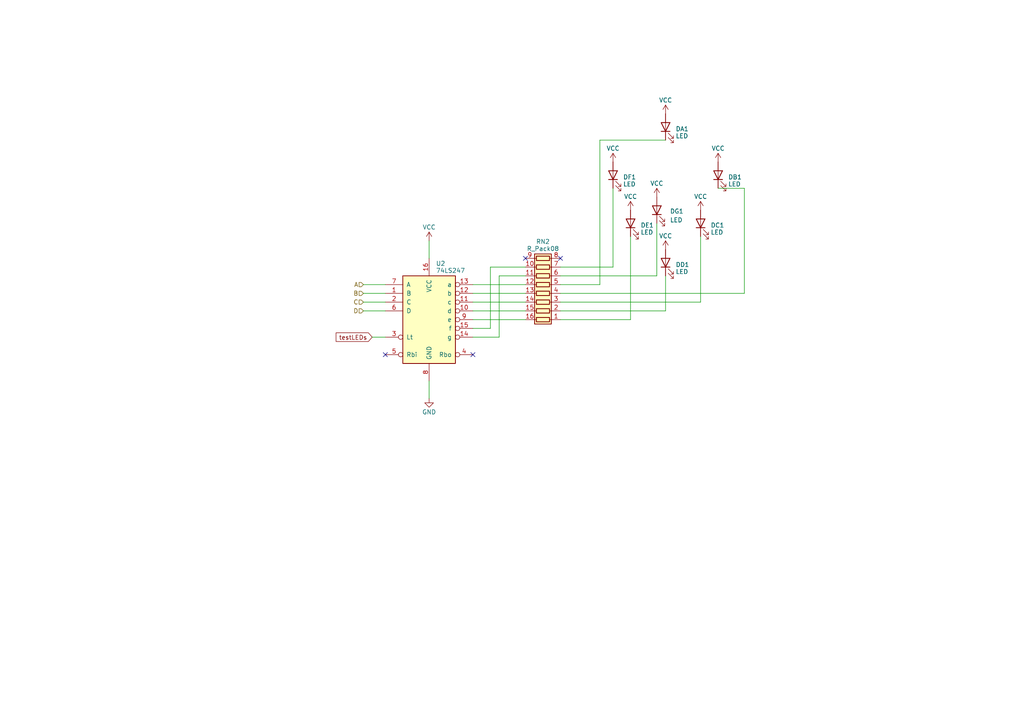
<source format=kicad_sch>
(kicad_sch (version 20230121) (generator eeschema)

  (uuid a3a18e20-e0d5-4b89-9a6c-db21fe9339a4)

  (paper "A4")

  (lib_symbols
    (symbol "74xx:74LS247" (pin_names (offset 1.016)) (in_bom yes) (on_board yes)
      (property "Reference" "U" (at -7.62 13.97 0)
        (effects (font (size 1.27 1.27)))
      )
      (property "Value" "74LS247" (at -7.62 -13.97 0)
        (effects (font (size 1.27 1.27)))
      )
      (property "Footprint" "" (at 0 0 0)
        (effects (font (size 1.27 1.27)) hide)
      )
      (property "Datasheet" "http://www.ti.com/lit/gpn/sn74LS247" (at 0 0 0)
        (effects (font (size 1.27 1.27)) hide)
      )
      (property "ki_locked" "" (at 0 0 0)
        (effects (font (size 1.27 1.27)))
      )
      (property "ki_keywords" "TTL DECOD" (at 0 0 0)
        (effects (font (size 1.27 1.27)) hide)
      )
      (property "ki_description" "BCD to 7 segments Decoder Open Collector active Low" (at 0 0 0)
        (effects (font (size 1.27 1.27)) hide)
      )
      (property "ki_fp_filters" "DIP?16*" (at 0 0 0)
        (effects (font (size 1.27 1.27)) hide)
      )
      (symbol "74LS247_1_0"
        (pin input line (at -12.7 7.62 0) (length 5.08)
          (name "B" (effects (font (size 1.27 1.27))))
          (number "1" (effects (font (size 1.27 1.27))))
        )
        (pin open_collector inverted (at 12.7 2.54 180) (length 5.08)
          (name "d" (effects (font (size 1.27 1.27))))
          (number "10" (effects (font (size 1.27 1.27))))
        )
        (pin open_collector inverted (at 12.7 5.08 180) (length 5.08)
          (name "c" (effects (font (size 1.27 1.27))))
          (number "11" (effects (font (size 1.27 1.27))))
        )
        (pin open_collector inverted (at 12.7 7.62 180) (length 5.08)
          (name "b" (effects (font (size 1.27 1.27))))
          (number "12" (effects (font (size 1.27 1.27))))
        )
        (pin open_collector inverted (at 12.7 10.16 180) (length 5.08)
          (name "a" (effects (font (size 1.27 1.27))))
          (number "13" (effects (font (size 1.27 1.27))))
        )
        (pin open_collector inverted (at 12.7 -5.08 180) (length 5.08)
          (name "g" (effects (font (size 1.27 1.27))))
          (number "14" (effects (font (size 1.27 1.27))))
        )
        (pin open_collector inverted (at 12.7 -2.54 180) (length 5.08)
          (name "f" (effects (font (size 1.27 1.27))))
          (number "15" (effects (font (size 1.27 1.27))))
        )
        (pin power_in line (at 0 17.78 270) (length 5.08)
          (name "VCC" (effects (font (size 1.27 1.27))))
          (number "16" (effects (font (size 1.27 1.27))))
        )
        (pin input line (at -12.7 5.08 0) (length 5.08)
          (name "C" (effects (font (size 1.27 1.27))))
          (number "2" (effects (font (size 1.27 1.27))))
        )
        (pin input inverted (at -12.7 -5.08 0) (length 5.08)
          (name "Lt" (effects (font (size 1.27 1.27))))
          (number "3" (effects (font (size 1.27 1.27))))
        )
        (pin output inverted (at 12.7 -10.16 180) (length 5.08)
          (name "Rbo" (effects (font (size 1.27 1.27))))
          (number "4" (effects (font (size 1.27 1.27))))
        )
        (pin input inverted (at -12.7 -10.16 0) (length 5.08)
          (name "Rbi" (effects (font (size 1.27 1.27))))
          (number "5" (effects (font (size 1.27 1.27))))
        )
        (pin input line (at -12.7 2.54 0) (length 5.08)
          (name "D" (effects (font (size 1.27 1.27))))
          (number "6" (effects (font (size 1.27 1.27))))
        )
        (pin input line (at -12.7 10.16 0) (length 5.08)
          (name "A" (effects (font (size 1.27 1.27))))
          (number "7" (effects (font (size 1.27 1.27))))
        )
        (pin power_in line (at 0 -17.78 90) (length 5.08)
          (name "GND" (effects (font (size 1.27 1.27))))
          (number "8" (effects (font (size 1.27 1.27))))
        )
        (pin open_collector inverted (at 12.7 0 180) (length 5.08)
          (name "e" (effects (font (size 1.27 1.27))))
          (number "9" (effects (font (size 1.27 1.27))))
        )
      )
      (symbol "74LS247_1_1"
        (rectangle (start -7.62 12.7) (end 7.62 -12.7)
          (stroke (width 0.254) (type default))
          (fill (type background))
        )
      )
    )
    (symbol "Device:LED" (pin_numbers hide) (pin_names (offset 1.016) hide) (in_bom yes) (on_board yes)
      (property "Reference" "D" (at 0 2.54 0)
        (effects (font (size 1.27 1.27)))
      )
      (property "Value" "LED" (at 0 -2.54 0)
        (effects (font (size 1.27 1.27)))
      )
      (property "Footprint" "" (at 0 0 0)
        (effects (font (size 1.27 1.27)) hide)
      )
      (property "Datasheet" "~" (at 0 0 0)
        (effects (font (size 1.27 1.27)) hide)
      )
      (property "ki_keywords" "LED diode" (at 0 0 0)
        (effects (font (size 1.27 1.27)) hide)
      )
      (property "ki_description" "Light emitting diode" (at 0 0 0)
        (effects (font (size 1.27 1.27)) hide)
      )
      (property "ki_fp_filters" "LED* LED_SMD:* LED_THT:*" (at 0 0 0)
        (effects (font (size 1.27 1.27)) hide)
      )
      (symbol "LED_0_1"
        (polyline
          (pts
            (xy -1.27 -1.27)
            (xy -1.27 1.27)
          )
          (stroke (width 0.254) (type default))
          (fill (type none))
        )
        (polyline
          (pts
            (xy -1.27 0)
            (xy 1.27 0)
          )
          (stroke (width 0) (type default))
          (fill (type none))
        )
        (polyline
          (pts
            (xy 1.27 -1.27)
            (xy 1.27 1.27)
            (xy -1.27 0)
            (xy 1.27 -1.27)
          )
          (stroke (width 0.254) (type default))
          (fill (type none))
        )
        (polyline
          (pts
            (xy -3.048 -0.762)
            (xy -4.572 -2.286)
            (xy -3.81 -2.286)
            (xy -4.572 -2.286)
            (xy -4.572 -1.524)
          )
          (stroke (width 0) (type default))
          (fill (type none))
        )
        (polyline
          (pts
            (xy -1.778 -0.762)
            (xy -3.302 -2.286)
            (xy -2.54 -2.286)
            (xy -3.302 -2.286)
            (xy -3.302 -1.524)
          )
          (stroke (width 0) (type default))
          (fill (type none))
        )
      )
      (symbol "LED_1_1"
        (pin passive line (at -3.81 0 0) (length 2.54)
          (name "K" (effects (font (size 1.27 1.27))))
          (number "1" (effects (font (size 1.27 1.27))))
        )
        (pin passive line (at 3.81 0 180) (length 2.54)
          (name "A" (effects (font (size 1.27 1.27))))
          (number "2" (effects (font (size 1.27 1.27))))
        )
      )
    )
    (symbol "Device:R_Pack08" (pin_names (offset 0) hide) (in_bom yes) (on_board yes)
      (property "Reference" "RN" (at -12.7 0 90)
        (effects (font (size 1.27 1.27)))
      )
      (property "Value" "R_Pack08" (at 10.16 0 90)
        (effects (font (size 1.27 1.27)))
      )
      (property "Footprint" "" (at 12.065 0 90)
        (effects (font (size 1.27 1.27)) hide)
      )
      (property "Datasheet" "~" (at 0 0 0)
        (effects (font (size 1.27 1.27)) hide)
      )
      (property "ki_keywords" "R network parallel topology isolated" (at 0 0 0)
        (effects (font (size 1.27 1.27)) hide)
      )
      (property "ki_description" "8 resistor network, parallel topology" (at 0 0 0)
        (effects (font (size 1.27 1.27)) hide)
      )
      (property "ki_fp_filters" "DIP* SOIC* R*Array*Concave* R*Array*Convex*" (at 0 0 0)
        (effects (font (size 1.27 1.27)) hide)
      )
      (symbol "R_Pack08_0_1"
        (rectangle (start -11.43 -2.413) (end 8.89 2.413)
          (stroke (width 0.254) (type default))
          (fill (type background))
        )
        (rectangle (start -10.795 1.905) (end -9.525 -1.905)
          (stroke (width 0.254) (type default))
          (fill (type none))
        )
        (rectangle (start -8.255 1.905) (end -6.985 -1.905)
          (stroke (width 0.254) (type default))
          (fill (type none))
        )
        (rectangle (start -5.715 1.905) (end -4.445 -1.905)
          (stroke (width 0.254) (type default))
          (fill (type none))
        )
        (rectangle (start -3.175 1.905) (end -1.905 -1.905)
          (stroke (width 0.254) (type default))
          (fill (type none))
        )
        (rectangle (start -0.635 1.905) (end 0.635 -1.905)
          (stroke (width 0.254) (type default))
          (fill (type none))
        )
        (polyline
          (pts
            (xy -10.16 -2.54)
            (xy -10.16 -1.905)
          )
          (stroke (width 0) (type default))
          (fill (type none))
        )
        (polyline
          (pts
            (xy -10.16 1.905)
            (xy -10.16 2.54)
          )
          (stroke (width 0) (type default))
          (fill (type none))
        )
        (polyline
          (pts
            (xy -7.62 -2.54)
            (xy -7.62 -1.905)
          )
          (stroke (width 0) (type default))
          (fill (type none))
        )
        (polyline
          (pts
            (xy -7.62 1.905)
            (xy -7.62 2.54)
          )
          (stroke (width 0) (type default))
          (fill (type none))
        )
        (polyline
          (pts
            (xy -5.08 -2.54)
            (xy -5.08 -1.905)
          )
          (stroke (width 0) (type default))
          (fill (type none))
        )
        (polyline
          (pts
            (xy -5.08 1.905)
            (xy -5.08 2.54)
          )
          (stroke (width 0) (type default))
          (fill (type none))
        )
        (polyline
          (pts
            (xy -2.54 -2.54)
            (xy -2.54 -1.905)
          )
          (stroke (width 0) (type default))
          (fill (type none))
        )
        (polyline
          (pts
            (xy -2.54 1.905)
            (xy -2.54 2.54)
          )
          (stroke (width 0) (type default))
          (fill (type none))
        )
        (polyline
          (pts
            (xy 0 -2.54)
            (xy 0 -1.905)
          )
          (stroke (width 0) (type default))
          (fill (type none))
        )
        (polyline
          (pts
            (xy 0 1.905)
            (xy 0 2.54)
          )
          (stroke (width 0) (type default))
          (fill (type none))
        )
        (polyline
          (pts
            (xy 2.54 -2.54)
            (xy 2.54 -1.905)
          )
          (stroke (width 0) (type default))
          (fill (type none))
        )
        (polyline
          (pts
            (xy 2.54 1.905)
            (xy 2.54 2.54)
          )
          (stroke (width 0) (type default))
          (fill (type none))
        )
        (polyline
          (pts
            (xy 5.08 -2.54)
            (xy 5.08 -1.905)
          )
          (stroke (width 0) (type default))
          (fill (type none))
        )
        (polyline
          (pts
            (xy 5.08 1.905)
            (xy 5.08 2.54)
          )
          (stroke (width 0) (type default))
          (fill (type none))
        )
        (polyline
          (pts
            (xy 7.62 -2.54)
            (xy 7.62 -1.905)
          )
          (stroke (width 0) (type default))
          (fill (type none))
        )
        (polyline
          (pts
            (xy 7.62 1.905)
            (xy 7.62 2.54)
          )
          (stroke (width 0) (type default))
          (fill (type none))
        )
        (rectangle (start 1.905 1.905) (end 3.175 -1.905)
          (stroke (width 0.254) (type default))
          (fill (type none))
        )
        (rectangle (start 4.445 1.905) (end 5.715 -1.905)
          (stroke (width 0.254) (type default))
          (fill (type none))
        )
        (rectangle (start 6.985 1.905) (end 8.255 -1.905)
          (stroke (width 0.254) (type default))
          (fill (type none))
        )
      )
      (symbol "R_Pack08_1_1"
        (pin passive line (at -10.16 -5.08 90) (length 2.54)
          (name "R1.1" (effects (font (size 1.27 1.27))))
          (number "1" (effects (font (size 1.27 1.27))))
        )
        (pin passive line (at 5.08 5.08 270) (length 2.54)
          (name "R7.2" (effects (font (size 1.27 1.27))))
          (number "10" (effects (font (size 1.27 1.27))))
        )
        (pin passive line (at 2.54 5.08 270) (length 2.54)
          (name "R6.2" (effects (font (size 1.27 1.27))))
          (number "11" (effects (font (size 1.27 1.27))))
        )
        (pin passive line (at 0 5.08 270) (length 2.54)
          (name "R5.2" (effects (font (size 1.27 1.27))))
          (number "12" (effects (font (size 1.27 1.27))))
        )
        (pin passive line (at -2.54 5.08 270) (length 2.54)
          (name "R4.2" (effects (font (size 1.27 1.27))))
          (number "13" (effects (font (size 1.27 1.27))))
        )
        (pin passive line (at -5.08 5.08 270) (length 2.54)
          (name "R3.2" (effects (font (size 1.27 1.27))))
          (number "14" (effects (font (size 1.27 1.27))))
        )
        (pin passive line (at -7.62 5.08 270) (length 2.54)
          (name "R2.2" (effects (font (size 1.27 1.27))))
          (number "15" (effects (font (size 1.27 1.27))))
        )
        (pin passive line (at -10.16 5.08 270) (length 2.54)
          (name "R1.2" (effects (font (size 1.27 1.27))))
          (number "16" (effects (font (size 1.27 1.27))))
        )
        (pin passive line (at -7.62 -5.08 90) (length 2.54)
          (name "R2.1" (effects (font (size 1.27 1.27))))
          (number "2" (effects (font (size 1.27 1.27))))
        )
        (pin passive line (at -5.08 -5.08 90) (length 2.54)
          (name "R3.1" (effects (font (size 1.27 1.27))))
          (number "3" (effects (font (size 1.27 1.27))))
        )
        (pin passive line (at -2.54 -5.08 90) (length 2.54)
          (name "R4.1" (effects (font (size 1.27 1.27))))
          (number "4" (effects (font (size 1.27 1.27))))
        )
        (pin passive line (at 0 -5.08 90) (length 2.54)
          (name "R5.1" (effects (font (size 1.27 1.27))))
          (number "5" (effects (font (size 1.27 1.27))))
        )
        (pin passive line (at 2.54 -5.08 90) (length 2.54)
          (name "R6.1" (effects (font (size 1.27 1.27))))
          (number "6" (effects (font (size 1.27 1.27))))
        )
        (pin passive line (at 5.08 -5.08 90) (length 2.54)
          (name "R7.1" (effects (font (size 1.27 1.27))))
          (number "7" (effects (font (size 1.27 1.27))))
        )
        (pin passive line (at 7.62 -5.08 90) (length 2.54)
          (name "R8.1" (effects (font (size 1.27 1.27))))
          (number "8" (effects (font (size 1.27 1.27))))
        )
        (pin passive line (at 7.62 5.08 270) (length 2.54)
          (name "R8.2" (effects (font (size 1.27 1.27))))
          (number "9" (effects (font (size 1.27 1.27))))
        )
      )
    )
    (symbol "power:GND" (power) (pin_names (offset 0)) (in_bom yes) (on_board yes)
      (property "Reference" "#PWR" (at 0 -6.35 0)
        (effects (font (size 1.27 1.27)) hide)
      )
      (property "Value" "GND" (at 0 -3.81 0)
        (effects (font (size 1.27 1.27)))
      )
      (property "Footprint" "" (at 0 0 0)
        (effects (font (size 1.27 1.27)) hide)
      )
      (property "Datasheet" "" (at 0 0 0)
        (effects (font (size 1.27 1.27)) hide)
      )
      (property "ki_keywords" "global power" (at 0 0 0)
        (effects (font (size 1.27 1.27)) hide)
      )
      (property "ki_description" "Power symbol creates a global label with name \"GND\" , ground" (at 0 0 0)
        (effects (font (size 1.27 1.27)) hide)
      )
      (symbol "GND_0_1"
        (polyline
          (pts
            (xy 0 0)
            (xy 0 -1.27)
            (xy 1.27 -1.27)
            (xy 0 -2.54)
            (xy -1.27 -1.27)
            (xy 0 -1.27)
          )
          (stroke (width 0) (type default))
          (fill (type none))
        )
      )
      (symbol "GND_1_1"
        (pin power_in line (at 0 0 270) (length 0) hide
          (name "GND" (effects (font (size 1.27 1.27))))
          (number "1" (effects (font (size 1.27 1.27))))
        )
      )
    )
    (symbol "power:VCC" (power) (pin_names (offset 0)) (in_bom yes) (on_board yes)
      (property "Reference" "#PWR" (at 0 -3.81 0)
        (effects (font (size 1.27 1.27)) hide)
      )
      (property "Value" "VCC" (at 0 3.81 0)
        (effects (font (size 1.27 1.27)))
      )
      (property "Footprint" "" (at 0 0 0)
        (effects (font (size 1.27 1.27)) hide)
      )
      (property "Datasheet" "" (at 0 0 0)
        (effects (font (size 1.27 1.27)) hide)
      )
      (property "ki_keywords" "global power" (at 0 0 0)
        (effects (font (size 1.27 1.27)) hide)
      )
      (property "ki_description" "Power symbol creates a global label with name \"VCC\"" (at 0 0 0)
        (effects (font (size 1.27 1.27)) hide)
      )
      (symbol "VCC_0_1"
        (polyline
          (pts
            (xy -0.762 1.27)
            (xy 0 2.54)
          )
          (stroke (width 0) (type default))
          (fill (type none))
        )
        (polyline
          (pts
            (xy 0 0)
            (xy 0 2.54)
          )
          (stroke (width 0) (type default))
          (fill (type none))
        )
        (polyline
          (pts
            (xy 0 2.54)
            (xy 0.762 1.27)
          )
          (stroke (width 0) (type default))
          (fill (type none))
        )
      )
      (symbol "VCC_1_1"
        (pin power_in line (at 0 0 90) (length 0) hide
          (name "VCC" (effects (font (size 1.27 1.27))))
          (number "1" (effects (font (size 1.27 1.27))))
        )
      )
    )
  )


  (no_connect (at 137.16 102.87) (uuid 0103f2c1-10fb-4cb1-a2a0-88c97f3939f4))
  (no_connect (at 111.76 102.87) (uuid 4b5d4e71-0ece-48b2-ba12-b777bf336d49))
  (no_connect (at 152.4 74.93) (uuid 6e378fbb-c75a-4f47-a997-06672293c0b5))
  (no_connect (at 162.56 74.93) (uuid c08e65b7-7762-4ab2-94a3-722f4bb6b4f6))

  (wire (pts (xy 162.56 82.55) (xy 173.99 82.55))
    (stroke (width 0) (type default))
    (uuid 019a8ef5-9552-4399-b1e5-9c1394741641)
  )
  (wire (pts (xy 162.56 90.17) (xy 193.04 90.17))
    (stroke (width 0) (type default))
    (uuid 1595d371-8955-4a9e-98eb-d4f04a2890df)
  )
  (wire (pts (xy 124.46 69.85) (xy 124.46 74.93))
    (stroke (width 0) (type default))
    (uuid 2d8557af-cbb2-49cf-8107-faefcdb9fac7)
  )
  (wire (pts (xy 193.04 80.01) (xy 193.04 90.17))
    (stroke (width 0) (type default))
    (uuid 2dffbaba-61f1-4d1d-85b2-1e0c57c38791)
  )
  (wire (pts (xy 144.78 80.01) (xy 144.78 97.79))
    (stroke (width 0) (type default))
    (uuid 31336b72-1f6b-40a2-a07d-22422f12d8a3)
  )
  (wire (pts (xy 177.8 77.47) (xy 177.8 54.61))
    (stroke (width 0) (type default))
    (uuid 36fc4e77-3ec4-4e7f-abd6-8fa15e3f05f9)
  )
  (wire (pts (xy 162.56 85.09) (xy 215.9 85.09))
    (stroke (width 0) (type default))
    (uuid 4e4c8b5e-ae60-4fd6-ba52-af64837edcf5)
  )
  (wire (pts (xy 137.16 85.09) (xy 152.4 85.09))
    (stroke (width 0) (type default))
    (uuid 53390dde-55af-4f08-8764-632b674c9e6b)
  )
  (wire (pts (xy 182.88 68.58) (xy 182.88 92.71))
    (stroke (width 0) (type default))
    (uuid 5c9dad94-5c4b-4768-a0b2-ea92cb715309)
  )
  (wire (pts (xy 142.24 95.25) (xy 142.24 77.47))
    (stroke (width 0) (type default))
    (uuid 5e93b1e9-ba9f-4065-b3d9-6a6a510e6b22)
  )
  (wire (pts (xy 137.16 82.55) (xy 152.4 82.55))
    (stroke (width 0) (type default))
    (uuid 61b6c36a-3f79-4ae4-bbba-e1694c23ad0d)
  )
  (wire (pts (xy 203.2 68.58) (xy 203.2 87.63))
    (stroke (width 0) (type default))
    (uuid 61cf2892-cbcf-456a-839b-70d8a6828a5b)
  )
  (wire (pts (xy 137.16 92.71) (xy 152.4 92.71))
    (stroke (width 0) (type default))
    (uuid 65197e72-2d6b-49ba-88b0-3f59d89f20b6)
  )
  (wire (pts (xy 105.41 85.09) (xy 111.76 85.09))
    (stroke (width 0) (type default))
    (uuid 76a38f8d-d7f3-4352-8b89-a3cf5a703169)
  )
  (wire (pts (xy 215.9 54.61) (xy 215.9 85.09))
    (stroke (width 0) (type default))
    (uuid 7744ecce-3d34-432b-a453-223af6160309)
  )
  (wire (pts (xy 162.56 80.01) (xy 190.5 80.01))
    (stroke (width 0) (type default))
    (uuid 7cc102cc-0eed-4233-830f-aa93601302c0)
  )
  (wire (pts (xy 124.46 110.49) (xy 124.46 115.57))
    (stroke (width 0) (type default))
    (uuid 87284e8e-7ca2-47a4-93cd-d1e5a9170c8a)
  )
  (wire (pts (xy 105.41 87.63) (xy 111.76 87.63))
    (stroke (width 0) (type default))
    (uuid 88dc0fb9-b7bb-445a-80ee-6c7599724d31)
  )
  (wire (pts (xy 215.9 54.61) (xy 208.28 54.61))
    (stroke (width 0) (type default))
    (uuid 8f6a9d00-a1f9-42d9-92b8-d10627ee4ce5)
  )
  (wire (pts (xy 173.99 40.64) (xy 193.04 40.64))
    (stroke (width 0) (type default))
    (uuid 94cc6dc3-3ba8-450a-b58f-1145b06c7947)
  )
  (wire (pts (xy 162.56 92.71) (xy 182.88 92.71))
    (stroke (width 0) (type default))
    (uuid 95f2afc7-5641-4c57-b22c-a8f5b1605424)
  )
  (wire (pts (xy 173.99 40.64) (xy 173.99 82.55))
    (stroke (width 0) (type default))
    (uuid 97c09b29-88c7-4d2c-adc3-0d4306ccceda)
  )
  (wire (pts (xy 142.24 77.47) (xy 152.4 77.47))
    (stroke (width 0) (type default))
    (uuid 9844c78e-c416-4a55-80a7-7aa4c9c44b82)
  )
  (wire (pts (xy 144.78 80.01) (xy 152.4 80.01))
    (stroke (width 0) (type default))
    (uuid add3e161-c6f5-466c-9efb-e7022683266c)
  )
  (wire (pts (xy 137.16 87.63) (xy 152.4 87.63))
    (stroke (width 0) (type default))
    (uuid af030529-3025-4b5c-a0d1-251a64a445cc)
  )
  (wire (pts (xy 144.78 97.79) (xy 137.16 97.79))
    (stroke (width 0) (type default))
    (uuid b1879a35-2d7c-4963-9cb5-63578c3e8c8f)
  )
  (wire (pts (xy 190.5 80.01) (xy 190.5 64.77))
    (stroke (width 0) (type default))
    (uuid bf30a71a-e769-4303-a9d7-41f5d318b92a)
  )
  (wire (pts (xy 162.56 77.47) (xy 177.8 77.47))
    (stroke (width 0) (type default))
    (uuid dafc319b-5de7-481b-ac6f-4d0e1459966f)
  )
  (wire (pts (xy 105.41 82.55) (xy 111.76 82.55))
    (stroke (width 0) (type default))
    (uuid dd3f0fd1-2650-4fbe-bcb1-926a55182388)
  )
  (wire (pts (xy 105.41 90.17) (xy 111.76 90.17))
    (stroke (width 0) (type default))
    (uuid de11ea81-67cb-4138-8a95-ce38f3f28607)
  )
  (wire (pts (xy 107.95 97.79) (xy 111.76 97.79))
    (stroke (width 0) (type default))
    (uuid e701db06-7cab-4b6a-b196-4952916d0c31)
  )
  (wire (pts (xy 162.56 87.63) (xy 203.2 87.63))
    (stroke (width 0) (type default))
    (uuid efcaf77f-d64e-4749-9dc0-35f2b9f4e7d3)
  )
  (wire (pts (xy 137.16 95.25) (xy 142.24 95.25))
    (stroke (width 0) (type default))
    (uuid f026fa8c-a6d4-4235-ac61-ece06d476bed)
  )
  (wire (pts (xy 137.16 90.17) (xy 152.4 90.17))
    (stroke (width 0) (type default))
    (uuid ff87477e-44a1-425f-a226-e5cff7d426a2)
  )

  (global_label "testLEDs" (shape input) (at 107.95 97.79 180) (fields_autoplaced)
    (effects (font (size 1.27 1.27)) (justify right))
    (uuid 062c424f-6262-4e41-aff1-93a5e8254a79)
    (property "Intersheetrefs" "${INTERSHEET_REFS}" (at 97.0009 97.79 0)
      (effects (font (size 1.27 1.27)) (justify right) hide)
    )
  )

  (hierarchical_label "C" (shape input) (at 105.41 87.63 180) (fields_autoplaced)
    (effects (font (size 1.27 1.27)) (justify right))
    (uuid 0311c8dc-a7b7-4cb8-bafe-2213537f151e)
  )
  (hierarchical_label "D" (shape input) (at 105.41 90.17 180) (fields_autoplaced)
    (effects (font (size 1.27 1.27)) (justify right))
    (uuid 2666401d-1eb3-4ec2-9ae5-2d9f301ac177)
  )
  (hierarchical_label "B" (shape input) (at 105.41 85.09 180) (fields_autoplaced)
    (effects (font (size 1.27 1.27)) (justify right))
    (uuid 72348093-d221-497f-af57-07539813fd6a)
  )
  (hierarchical_label "A" (shape input) (at 105.41 82.55 180) (fields_autoplaced)
    (effects (font (size 1.27 1.27)) (justify right))
    (uuid 78ad6019-74e8-40a2-b19a-9df45022d063)
  )

  (symbol (lib_id "power:VCC") (at 193.04 33.02 0) (unit 1)
    (in_bom yes) (on_board yes) (dnp no) (fields_autoplaced)
    (uuid 09971cd1-74a5-41f5-b40f-255b1f7dc5fe)
    (property "Reference" "#PWR012" (at 193.04 36.83 0)
      (effects (font (size 1.27 1.27)) hide)
    )
    (property "Value" "VCC" (at 193.04 29.075 0)
      (effects (font (size 1.27 1.27)))
    )
    (property "Footprint" "" (at 193.04 33.02 0)
      (effects (font (size 1.27 1.27)) hide)
    )
    (property "Datasheet" "" (at 193.04 33.02 0)
      (effects (font (size 1.27 1.27)) hide)
    )
    (pin "1" (uuid c157d7d0-ec44-49f5-b5ef-675875f94d34))
    (instances
      (project "MassEffect"
        (path "/99c9e392-5ed6-47fa-a30f-641a956381fd/f2f766af-684d-44a5-900b-c4ad30087fce"
          (reference "#PWR012") (unit 1)
        )
        (path "/99c9e392-5ed6-47fa-a30f-641a956381fd/49727bb6-bd3d-467e-a204-d3ce05943094"
          (reference "#PWR015") (unit 1)
        )
        (path "/99c9e392-5ed6-47fa-a30f-641a956381fd/834f4cca-129b-497c-bea6-be8147650270"
          (reference "#PWR018") (unit 1)
        )
        (path "/99c9e392-5ed6-47fa-a30f-641a956381fd/604f27fa-f6d3-4c2a-b82f-1a8d2a5c4c03"
          (reference "#PWR021") (unit 1)
        )
      )
    )
  )

  (symbol (lib_id "Device:LED") (at 203.2 64.77 90) (unit 1)
    (in_bom yes) (on_board yes) (dnp no) (fields_autoplaced)
    (uuid 203d6ec6-b298-4057-a506-77952321b6c3)
    (property "Reference" "DC1" (at 206.121 65.3335 90)
      (effects (font (size 1.27 1.27)) (justify right))
    )
    (property "Value" "LED" (at 206.121 67.3815 90)
      (effects (font (size 1.27 1.27)) (justify right))
    )
    (property "Footprint" "Casey:LED_PLCC_flipped" (at 203.2 64.77 0)
      (effects (font (size 1.27 1.27)) hide)
    )
    (property "Datasheet" "https://www.sunledusa.com/products/spec/XZMYK45WT-9.pdf" (at 203.2 64.77 0)
      (effects (font (size 1.27 1.27)) hide)
    )
    (property "Part Number" "1497-1334-1-ND" (at 203.2 64.77 0)
      (effects (font (size 1.27 1.27)) hide)
    )
    (pin "1" (uuid 904e7de0-8903-4ef7-9f1e-882e367d465e))
    (pin "2" (uuid f97acf58-ca02-496d-953f-d26eccaa0509))
    (instances
      (project "MassEffect"
        (path "/99c9e392-5ed6-47fa-a30f-641a956381fd/f2f766af-684d-44a5-900b-c4ad30087fce"
          (reference "DC1") (unit 1)
        )
        (path "/99c9e392-5ed6-47fa-a30f-641a956381fd/49727bb6-bd3d-467e-a204-d3ce05943094"
          (reference "DC2") (unit 1)
        )
        (path "/99c9e392-5ed6-47fa-a30f-641a956381fd/834f4cca-129b-497c-bea6-be8147650270"
          (reference "DC3") (unit 1)
        )
        (path "/99c9e392-5ed6-47fa-a30f-641a956381fd/604f27fa-f6d3-4c2a-b82f-1a8d2a5c4c03"
          (reference "DC4") (unit 1)
        )
      )
    )
  )

  (symbol (lib_id "power:VCC") (at 124.46 69.85 0) (unit 1)
    (in_bom yes) (on_board yes) (dnp no) (fields_autoplaced)
    (uuid 21c3c356-d6e3-4a94-9c31-b03d69e92360)
    (property "Reference" "#PWR010" (at 124.46 73.66 0)
      (effects (font (size 1.27 1.27)) hide)
    )
    (property "Value" "VCC" (at 124.46 65.905 0)
      (effects (font (size 1.27 1.27)))
    )
    (property "Footprint" "" (at 124.46 69.85 0)
      (effects (font (size 1.27 1.27)) hide)
    )
    (property "Datasheet" "" (at 124.46 69.85 0)
      (effects (font (size 1.27 1.27)) hide)
    )
    (pin "1" (uuid bdcd35d3-3f56-4e1f-80db-5f5dde21a767))
    (instances
      (project "MassEffect"
        (path "/99c9e392-5ed6-47fa-a30f-641a956381fd/f2f766af-684d-44a5-900b-c4ad30087fce"
          (reference "#PWR010") (unit 1)
        )
        (path "/99c9e392-5ed6-47fa-a30f-641a956381fd/49727bb6-bd3d-467e-a204-d3ce05943094"
          (reference "#PWR013") (unit 1)
        )
        (path "/99c9e392-5ed6-47fa-a30f-641a956381fd/834f4cca-129b-497c-bea6-be8147650270"
          (reference "#PWR016") (unit 1)
        )
        (path "/99c9e392-5ed6-47fa-a30f-641a956381fd/604f27fa-f6d3-4c2a-b82f-1a8d2a5c4c03"
          (reference "#PWR019") (unit 1)
        )
      )
    )
  )

  (symbol (lib_id "Device:LED") (at 190.5 60.96 90) (unit 1)
    (in_bom yes) (on_board yes) (dnp no) (fields_autoplaced)
    (uuid 26d8a910-4050-4348-a318-0b02ca2182fc)
    (property "Reference" "DG1" (at 194.31 61.2775 90)
      (effects (font (size 1.27 1.27)) (justify right))
    )
    (property "Value" "LED" (at 194.31 63.8175 90)
      (effects (font (size 1.27 1.27)) (justify right))
    )
    (property "Footprint" "Casey:LED_PLCC_flipped" (at 190.5 60.96 0)
      (effects (font (size 1.27 1.27)) hide)
    )
    (property "Datasheet" "https://www.sunledusa.com/products/spec/XZMYK45WT-9.pdf" (at 190.5 60.96 0)
      (effects (font (size 1.27 1.27)) hide)
    )
    (property "Part Number" "1497-1334-1-ND" (at 190.5 60.96 0)
      (effects (font (size 1.27 1.27)) hide)
    )
    (pin "1" (uuid 4c9d4950-3460-4a70-b113-62bd188ac573))
    (pin "2" (uuid 78a91d75-6030-4e14-8009-3323db74be4c))
    (instances
      (project "MassEffect"
        (path "/99c9e392-5ed6-47fa-a30f-641a956381fd/f2f766af-684d-44a5-900b-c4ad30087fce"
          (reference "DG1") (unit 1)
        )
        (path "/99c9e392-5ed6-47fa-a30f-641a956381fd/49727bb6-bd3d-467e-a204-d3ce05943094"
          (reference "DG2") (unit 1)
        )
        (path "/99c9e392-5ed6-47fa-a30f-641a956381fd/834f4cca-129b-497c-bea6-be8147650270"
          (reference "DG3") (unit 1)
        )
        (path "/99c9e392-5ed6-47fa-a30f-641a956381fd/604f27fa-f6d3-4c2a-b82f-1a8d2a5c4c03"
          (reference "DG4") (unit 1)
        )
      )
    )
  )

  (symbol (lib_id "power:VCC") (at 203.2 60.96 0) (unit 1)
    (in_bom yes) (on_board yes) (dnp no) (fields_autoplaced)
    (uuid 2e12b68a-f95d-4fbc-b001-03557a0031fd)
    (property "Reference" "#PWR063" (at 203.2 64.77 0)
      (effects (font (size 1.27 1.27)) hide)
    )
    (property "Value" "VCC" (at 203.2 57.015 0)
      (effects (font (size 1.27 1.27)))
    )
    (property "Footprint" "" (at 203.2 60.96 0)
      (effects (font (size 1.27 1.27)) hide)
    )
    (property "Datasheet" "" (at 203.2 60.96 0)
      (effects (font (size 1.27 1.27)) hide)
    )
    (pin "1" (uuid ab6f6ee1-fc88-4215-a7a3-9455049dc969))
    (instances
      (project "MassEffect"
        (path "/99c9e392-5ed6-47fa-a30f-641a956381fd/f2f766af-684d-44a5-900b-c4ad30087fce"
          (reference "#PWR063") (unit 1)
        )
        (path "/99c9e392-5ed6-47fa-a30f-641a956381fd/49727bb6-bd3d-467e-a204-d3ce05943094"
          (reference "#PWR064") (unit 1)
        )
        (path "/99c9e392-5ed6-47fa-a30f-641a956381fd/834f4cca-129b-497c-bea6-be8147650270"
          (reference "#PWR065") (unit 1)
        )
        (path "/99c9e392-5ed6-47fa-a30f-641a956381fd/604f27fa-f6d3-4c2a-b82f-1a8d2a5c4c03"
          (reference "#PWR066") (unit 1)
        )
      )
    )
  )

  (symbol (lib_id "power:GND") (at 124.46 115.57 0) (unit 1)
    (in_bom yes) (on_board yes) (dnp no) (fields_autoplaced)
    (uuid 329d336e-e1b0-4bed-87f3-748d500654be)
    (property "Reference" "#PWR011" (at 124.46 121.92 0)
      (effects (font (size 1.27 1.27)) hide)
    )
    (property "Value" "GND" (at 124.46 119.515 0)
      (effects (font (size 1.27 1.27)))
    )
    (property "Footprint" "" (at 124.46 115.57 0)
      (effects (font (size 1.27 1.27)) hide)
    )
    (property "Datasheet" "" (at 124.46 115.57 0)
      (effects (font (size 1.27 1.27)) hide)
    )
    (pin "1" (uuid fd4e427d-8325-401f-ad87-4bbb69b4c309))
    (instances
      (project "MassEffect"
        (path "/99c9e392-5ed6-47fa-a30f-641a956381fd/f2f766af-684d-44a5-900b-c4ad30087fce"
          (reference "#PWR011") (unit 1)
        )
        (path "/99c9e392-5ed6-47fa-a30f-641a956381fd/49727bb6-bd3d-467e-a204-d3ce05943094"
          (reference "#PWR014") (unit 1)
        )
        (path "/99c9e392-5ed6-47fa-a30f-641a956381fd/834f4cca-129b-497c-bea6-be8147650270"
          (reference "#PWR017") (unit 1)
        )
        (path "/99c9e392-5ed6-47fa-a30f-641a956381fd/604f27fa-f6d3-4c2a-b82f-1a8d2a5c4c03"
          (reference "#PWR020") (unit 1)
        )
      )
    )
  )

  (symbol (lib_id "power:VCC") (at 177.8 46.99 0) (unit 1)
    (in_bom yes) (on_board yes) (dnp no) (fields_autoplaced)
    (uuid 649d173c-a926-4133-9e8b-62ad8a24899e)
    (property "Reference" "#PWR033" (at 177.8 50.8 0)
      (effects (font (size 1.27 1.27)) hide)
    )
    (property "Value" "VCC" (at 177.8 43.045 0)
      (effects (font (size 1.27 1.27)))
    )
    (property "Footprint" "" (at 177.8 46.99 0)
      (effects (font (size 1.27 1.27)) hide)
    )
    (property "Datasheet" "" (at 177.8 46.99 0)
      (effects (font (size 1.27 1.27)) hide)
    )
    (pin "1" (uuid e2ed5b0c-f6d4-4fff-8ddb-e1e73e806276))
    (instances
      (project "MassEffect"
        (path "/99c9e392-5ed6-47fa-a30f-641a956381fd/f2f766af-684d-44a5-900b-c4ad30087fce"
          (reference "#PWR033") (unit 1)
        )
        (path "/99c9e392-5ed6-47fa-a30f-641a956381fd/49727bb6-bd3d-467e-a204-d3ce05943094"
          (reference "#PWR035") (unit 1)
        )
        (path "/99c9e392-5ed6-47fa-a30f-641a956381fd/834f4cca-129b-497c-bea6-be8147650270"
          (reference "#PWR049") (unit 1)
        )
        (path "/99c9e392-5ed6-47fa-a30f-641a956381fd/604f27fa-f6d3-4c2a-b82f-1a8d2a5c4c03"
          (reference "#PWR050") (unit 1)
        )
      )
    )
  )

  (symbol (lib_id "power:VCC") (at 193.04 72.39 0) (unit 1)
    (in_bom yes) (on_board yes) (dnp no) (fields_autoplaced)
    (uuid 701a9b67-36ab-40f2-935c-31634a39a1b1)
    (property "Reference" "#PWR067" (at 193.04 76.2 0)
      (effects (font (size 1.27 1.27)) hide)
    )
    (property "Value" "VCC" (at 193.04 68.445 0)
      (effects (font (size 1.27 1.27)))
    )
    (property "Footprint" "" (at 193.04 72.39 0)
      (effects (font (size 1.27 1.27)) hide)
    )
    (property "Datasheet" "" (at 193.04 72.39 0)
      (effects (font (size 1.27 1.27)) hide)
    )
    (pin "1" (uuid 7ddc4f42-7cb5-45d7-ad7a-221389989d7e))
    (instances
      (project "MassEffect"
        (path "/99c9e392-5ed6-47fa-a30f-641a956381fd/f2f766af-684d-44a5-900b-c4ad30087fce"
          (reference "#PWR067") (unit 1)
        )
        (path "/99c9e392-5ed6-47fa-a30f-641a956381fd/49727bb6-bd3d-467e-a204-d3ce05943094"
          (reference "#PWR068") (unit 1)
        )
        (path "/99c9e392-5ed6-47fa-a30f-641a956381fd/834f4cca-129b-497c-bea6-be8147650270"
          (reference "#PWR069") (unit 1)
        )
        (path "/99c9e392-5ed6-47fa-a30f-641a956381fd/604f27fa-f6d3-4c2a-b82f-1a8d2a5c4c03"
          (reference "#PWR070") (unit 1)
        )
      )
    )
  )

  (symbol (lib_id "power:VCC") (at 208.28 46.99 0) (unit 1)
    (in_bom yes) (on_board yes) (dnp no) (fields_autoplaced)
    (uuid 7505bd63-6a76-4213-a562-b9f8e19762e7)
    (property "Reference" "#PWR051" (at 208.28 50.8 0)
      (effects (font (size 1.27 1.27)) hide)
    )
    (property "Value" "VCC" (at 208.28 43.045 0)
      (effects (font (size 1.27 1.27)))
    )
    (property "Footprint" "" (at 208.28 46.99 0)
      (effects (font (size 1.27 1.27)) hide)
    )
    (property "Datasheet" "" (at 208.28 46.99 0)
      (effects (font (size 1.27 1.27)) hide)
    )
    (pin "1" (uuid 5115ea19-d628-4b23-b5b9-922ba77047f1))
    (instances
      (project "MassEffect"
        (path "/99c9e392-5ed6-47fa-a30f-641a956381fd/f2f766af-684d-44a5-900b-c4ad30087fce"
          (reference "#PWR051") (unit 1)
        )
        (path "/99c9e392-5ed6-47fa-a30f-641a956381fd/49727bb6-bd3d-467e-a204-d3ce05943094"
          (reference "#PWR052") (unit 1)
        )
        (path "/99c9e392-5ed6-47fa-a30f-641a956381fd/834f4cca-129b-497c-bea6-be8147650270"
          (reference "#PWR053") (unit 1)
        )
        (path "/99c9e392-5ed6-47fa-a30f-641a956381fd/604f27fa-f6d3-4c2a-b82f-1a8d2a5c4c03"
          (reference "#PWR054") (unit 1)
        )
      )
    )
  )

  (symbol (lib_id "power:VCC") (at 190.5 57.15 0) (unit 1)
    (in_bom yes) (on_board yes) (dnp no) (fields_autoplaced)
    (uuid 778ebb20-e455-4c80-af6e-947465c72422)
    (property "Reference" "#PWR055" (at 190.5 60.96 0)
      (effects (font (size 1.27 1.27)) hide)
    )
    (property "Value" "VCC" (at 190.5 53.205 0)
      (effects (font (size 1.27 1.27)))
    )
    (property "Footprint" "" (at 190.5 57.15 0)
      (effects (font (size 1.27 1.27)) hide)
    )
    (property "Datasheet" "" (at 190.5 57.15 0)
      (effects (font (size 1.27 1.27)) hide)
    )
    (pin "1" (uuid efa77482-abf6-4730-89ee-994cc99213c0))
    (instances
      (project "MassEffect"
        (path "/99c9e392-5ed6-47fa-a30f-641a956381fd/f2f766af-684d-44a5-900b-c4ad30087fce"
          (reference "#PWR055") (unit 1)
        )
        (path "/99c9e392-5ed6-47fa-a30f-641a956381fd/49727bb6-bd3d-467e-a204-d3ce05943094"
          (reference "#PWR056") (unit 1)
        )
        (path "/99c9e392-5ed6-47fa-a30f-641a956381fd/834f4cca-129b-497c-bea6-be8147650270"
          (reference "#PWR057") (unit 1)
        )
        (path "/99c9e392-5ed6-47fa-a30f-641a956381fd/604f27fa-f6d3-4c2a-b82f-1a8d2a5c4c03"
          (reference "#PWR058") (unit 1)
        )
      )
    )
  )

  (symbol (lib_id "Device:LED") (at 193.04 76.2 90) (unit 1)
    (in_bom yes) (on_board yes) (dnp no)
    (uuid 927f9e40-ead6-4a4d-8a60-a2b3bc00fdbc)
    (property "Reference" "DD1" (at 195.961 76.7635 90)
      (effects (font (size 1.27 1.27)) (justify right))
    )
    (property "Value" "LED" (at 195.961 78.8115 90)
      (effects (font (size 1.27 1.27)) (justify right))
    )
    (property "Footprint" "Casey:LED_PLCC_flipped" (at 193.04 76.2 0)
      (effects (font (size 1.27 1.27)) hide)
    )
    (property "Datasheet" "https://www.sunledusa.com/products/spec/XZMYK45WT-9.pdf" (at 193.04 76.2 0)
      (effects (font (size 1.27 1.27)) hide)
    )
    (property "Part Number" "1497-1334-1-ND" (at 193.04 76.2 0)
      (effects (font (size 1.27 1.27)) hide)
    )
    (pin "1" (uuid 2d300f2f-1ae3-43e0-9b45-11dfc8fd1920))
    (pin "2" (uuid 2dd03039-1cb1-49ed-a7e3-58e2f2101531))
    (instances
      (project "MassEffect"
        (path "/99c9e392-5ed6-47fa-a30f-641a956381fd/f2f766af-684d-44a5-900b-c4ad30087fce"
          (reference "DD1") (unit 1)
        )
        (path "/99c9e392-5ed6-47fa-a30f-641a956381fd/49727bb6-bd3d-467e-a204-d3ce05943094"
          (reference "DD2") (unit 1)
        )
        (path "/99c9e392-5ed6-47fa-a30f-641a956381fd/834f4cca-129b-497c-bea6-be8147650270"
          (reference "DD3") (unit 1)
        )
        (path "/99c9e392-5ed6-47fa-a30f-641a956381fd/604f27fa-f6d3-4c2a-b82f-1a8d2a5c4c03"
          (reference "DD4") (unit 1)
        )
      )
    )
  )

  (symbol (lib_id "Device:R_Pack08") (at 157.48 82.55 90) (unit 1)
    (in_bom yes) (on_board yes) (dnp no) (fields_autoplaced)
    (uuid ac8dd060-40f8-4bc4-9fe4-f4fd09c1de70)
    (property "Reference" "RN2" (at 157.48 70.08 90)
      (effects (font (size 1.27 1.27)))
    )
    (property "Value" "R_Pack08" (at 157.48 72.128 90)
      (effects (font (size 1.27 1.27)))
    )
    (property "Footprint" "Casey:R_Array_Convex_8x2506" (at 157.48 70.485 90)
      (effects (font (size 1.27 1.27)) hide)
    )
    (property "Datasheet" "~" (at 157.48 82.55 0)
      (effects (font (size 1.27 1.27)) hide)
    )
    (property "Part Number" "Y1331CT-ND" (at 157.48 82.55 0)
      (effects (font (size 1.27 1.27)) hide)
    )
    (pin "1" (uuid 722b1f7c-a72f-4035-a957-63c73a407f7f))
    (pin "10" (uuid 96c169e5-d4b5-42d1-9eb0-dd8c6febcc5e))
    (pin "11" (uuid e90b02c2-118c-46e1-abc2-707f383b5f7b))
    (pin "12" (uuid da7f4851-ee93-4d4b-9258-63cbb3b300fe))
    (pin "13" (uuid a7e73b96-c661-46b1-ac63-7289e4bdae6a))
    (pin "14" (uuid dcb71814-8d73-49ea-96af-1d397fc67a05))
    (pin "15" (uuid c6ecfb99-cddc-4d05-85a2-901e8b86eb69))
    (pin "16" (uuid b8980b8b-6ee8-4ad2-93ce-39b27446b75c))
    (pin "2" (uuid 326b6371-9baf-47c3-8328-8f7521bbdab4))
    (pin "3" (uuid f41132f7-db33-4e25-9a53-9610889c0542))
    (pin "4" (uuid bd0a94a5-1c83-4a76-9960-803a5aa15d42))
    (pin "5" (uuid 24a1b72e-4b64-4c0f-a0ee-182816a59fbf))
    (pin "6" (uuid 5d0c596f-2de8-4300-8ed5-1cd5eca72a05))
    (pin "7" (uuid 61fd19e6-ff6c-4869-9516-51e9edca798d))
    (pin "8" (uuid 56705fca-b86a-4538-ac8f-f3664394aed7))
    (pin "9" (uuid 587614d9-eb9f-4206-b3f4-7c67bc1054c7))
    (instances
      (project "MassEffect"
        (path "/99c9e392-5ed6-47fa-a30f-641a956381fd/49727bb6-bd3d-467e-a204-d3ce05943094"
          (reference "RN2") (unit 1)
        )
        (path "/99c9e392-5ed6-47fa-a30f-641a956381fd/f2f766af-684d-44a5-900b-c4ad30087fce"
          (reference "RN1") (unit 1)
        )
        (path "/99c9e392-5ed6-47fa-a30f-641a956381fd/834f4cca-129b-497c-bea6-be8147650270"
          (reference "RN3") (unit 1)
        )
        (path "/99c9e392-5ed6-47fa-a30f-641a956381fd/604f27fa-f6d3-4c2a-b82f-1a8d2a5c4c03"
          (reference "RN4") (unit 1)
        )
      )
    )
  )

  (symbol (lib_id "74xx:74LS247") (at 124.46 92.71 0) (unit 1)
    (in_bom yes) (on_board yes) (dnp no) (fields_autoplaced)
    (uuid af725653-6f7d-45a2-922d-53c718d0b61d)
    (property "Reference" "U2" (at 126.4159 76.43 0)
      (effects (font (size 1.27 1.27)) (justify left))
    )
    (property "Value" "74LS247" (at 126.4159 78.478 0)
      (effects (font (size 1.27 1.27)) (justify left))
    )
    (property "Footprint" "Package_SO:SOIC-16_3.9x9.9mm_P1.27mm" (at 124.46 92.71 0)
      (effects (font (size 1.27 1.27)) hide)
    )
    (property "Datasheet" "https://www.futurlec.com/74LS/74LS247.shtml" (at 124.46 92.71 0)
      (effects (font (size 1.27 1.27)) hide)
    )
    (property "Part Number" "296-SN74LS247DRCT-ND" (at 124.46 92.71 0)
      (effects (font (size 1.27 1.27)) hide)
    )
    (pin "1" (uuid 3fe27dd9-2fd2-41f5-9eb2-6c6b0e82d922))
    (pin "10" (uuid bb1a5e4f-f775-49c9-99a8-7817053efe5f))
    (pin "11" (uuid f37e6078-3d83-408f-aa90-9c7dfdfb6c5f))
    (pin "12" (uuid b23b6bf9-0f33-41a4-b0bf-6ea1f80db23f))
    (pin "13" (uuid db3ad632-7f39-411f-afcf-d6a3417f9c49))
    (pin "14" (uuid 56fbe04c-5ec0-4ffa-9592-868049ac0668))
    (pin "15" (uuid 4aad7f32-37f8-49b5-970e-8f95ce6045d9))
    (pin "16" (uuid 13353215-11ad-4e04-b992-1102fae8aa93))
    (pin "2" (uuid a514a660-8bcf-46ea-902f-a945f0b25341))
    (pin "3" (uuid 2048e889-c1dd-4c65-8db7-c82b052f3c40))
    (pin "4" (uuid 4792fb29-bfd2-41c2-a8a7-7356de227402))
    (pin "5" (uuid 72340586-fe50-4fcf-a3cb-94ad7281feae))
    (pin "6" (uuid f877d988-5b05-4c1b-b949-7590f4ecfb69))
    (pin "7" (uuid 2d1a9955-92f7-4799-8d22-940c91ebeeba))
    (pin "8" (uuid 9705e33d-35ef-4f60-93ce-31be6a4bd18e))
    (pin "9" (uuid bc95f83e-8532-411c-aff1-363b03b4bbe4))
    (instances
      (project "MassEffect"
        (path "/99c9e392-5ed6-47fa-a30f-641a956381fd"
          (reference "U2") (unit 1)
        )
        (path "/99c9e392-5ed6-47fa-a30f-641a956381fd/f2f766af-684d-44a5-900b-c4ad30087fce"
          (reference "U1") (unit 1)
        )
        (path "/99c9e392-5ed6-47fa-a30f-641a956381fd/49727bb6-bd3d-467e-a204-d3ce05943094"
          (reference "U2") (unit 1)
        )
        (path "/99c9e392-5ed6-47fa-a30f-641a956381fd/834f4cca-129b-497c-bea6-be8147650270"
          (reference "U3") (unit 1)
        )
        (path "/99c9e392-5ed6-47fa-a30f-641a956381fd/604f27fa-f6d3-4c2a-b82f-1a8d2a5c4c03"
          (reference "U4") (unit 1)
        )
      )
    )
  )

  (symbol (lib_id "Device:LED") (at 182.88 64.77 90) (unit 1)
    (in_bom yes) (on_board yes) (dnp no) (fields_autoplaced)
    (uuid b02c3e5e-e6c8-4d1d-a96d-322628a69731)
    (property "Reference" "DE1" (at 185.801 65.3335 90)
      (effects (font (size 1.27 1.27)) (justify right))
    )
    (property "Value" "LED" (at 185.801 67.3815 90)
      (effects (font (size 1.27 1.27)) (justify right))
    )
    (property "Footprint" "Casey:LED_PLCC_flipped" (at 182.88 64.77 0)
      (effects (font (size 1.27 1.27)) hide)
    )
    (property "Datasheet" "https://www.sunledusa.com/products/spec/XZMYK45WT-9.pdf" (at 182.88 64.77 0)
      (effects (font (size 1.27 1.27)) hide)
    )
    (property "Part Number" "1497-1334-1-ND" (at 182.88 64.77 0)
      (effects (font (size 1.27 1.27)) hide)
    )
    (pin "1" (uuid 877bec7f-f102-4b0a-8e8a-561e91f2b01f))
    (pin "2" (uuid 6d6e52cd-5eea-47d7-8254-750ad8f79020))
    (instances
      (project "MassEffect"
        (path "/99c9e392-5ed6-47fa-a30f-641a956381fd/f2f766af-684d-44a5-900b-c4ad30087fce"
          (reference "DE1") (unit 1)
        )
        (path "/99c9e392-5ed6-47fa-a30f-641a956381fd/49727bb6-bd3d-467e-a204-d3ce05943094"
          (reference "DE2") (unit 1)
        )
        (path "/99c9e392-5ed6-47fa-a30f-641a956381fd/834f4cca-129b-497c-bea6-be8147650270"
          (reference "DE3") (unit 1)
        )
        (path "/99c9e392-5ed6-47fa-a30f-641a956381fd/604f27fa-f6d3-4c2a-b82f-1a8d2a5c4c03"
          (reference "DE4") (unit 1)
        )
      )
    )
  )

  (symbol (lib_id "power:VCC") (at 182.88 60.96 0) (unit 1)
    (in_bom yes) (on_board yes) (dnp no) (fields_autoplaced)
    (uuid b6c66e3e-a74a-4263-ab53-95c07e108cac)
    (property "Reference" "#PWR059" (at 182.88 64.77 0)
      (effects (font (size 1.27 1.27)) hide)
    )
    (property "Value" "VCC" (at 182.88 57.015 0)
      (effects (font (size 1.27 1.27)))
    )
    (property "Footprint" "" (at 182.88 60.96 0)
      (effects (font (size 1.27 1.27)) hide)
    )
    (property "Datasheet" "" (at 182.88 60.96 0)
      (effects (font (size 1.27 1.27)) hide)
    )
    (pin "1" (uuid 627f9175-7c02-490d-bbf3-5b273117fcd8))
    (instances
      (project "MassEffect"
        (path "/99c9e392-5ed6-47fa-a30f-641a956381fd/f2f766af-684d-44a5-900b-c4ad30087fce"
          (reference "#PWR059") (unit 1)
        )
        (path "/99c9e392-5ed6-47fa-a30f-641a956381fd/49727bb6-bd3d-467e-a204-d3ce05943094"
          (reference "#PWR060") (unit 1)
        )
        (path "/99c9e392-5ed6-47fa-a30f-641a956381fd/834f4cca-129b-497c-bea6-be8147650270"
          (reference "#PWR061") (unit 1)
        )
        (path "/99c9e392-5ed6-47fa-a30f-641a956381fd/604f27fa-f6d3-4c2a-b82f-1a8d2a5c4c03"
          (reference "#PWR062") (unit 1)
        )
      )
    )
  )

  (symbol (lib_id "Device:LED") (at 193.04 36.83 90) (unit 1)
    (in_bom yes) (on_board yes) (dnp no) (fields_autoplaced)
    (uuid dcf7fd4b-d915-4144-91b7-ca7795a6109e)
    (property "Reference" "DA1" (at 195.961 37.3935 90)
      (effects (font (size 1.27 1.27)) (justify right))
    )
    (property "Value" "LED" (at 195.961 39.4415 90)
      (effects (font (size 1.27 1.27)) (justify right))
    )
    (property "Footprint" "Casey:LED_PLCC_flipped" (at 193.04 36.83 0)
      (effects (font (size 1.27 1.27)) hide)
    )
    (property "Datasheet" "https://www.sunledusa.com/products/spec/XZMYK45WT-9.pdf" (at 193.04 36.83 0)
      (effects (font (size 1.27 1.27)) hide)
    )
    (property "Part Number" "1497-1334-1-ND" (at 193.04 36.83 0)
      (effects (font (size 1.27 1.27)) hide)
    )
    (pin "1" (uuid 9b67ace1-1031-4ea5-9b9d-236314d9b577))
    (pin "2" (uuid 3403012c-df0e-405c-bac4-2be5191ec14a))
    (instances
      (project "MassEffect"
        (path "/99c9e392-5ed6-47fa-a30f-641a956381fd/f2f766af-684d-44a5-900b-c4ad30087fce"
          (reference "DA1") (unit 1)
        )
        (path "/99c9e392-5ed6-47fa-a30f-641a956381fd/49727bb6-bd3d-467e-a204-d3ce05943094"
          (reference "DA2") (unit 1)
        )
        (path "/99c9e392-5ed6-47fa-a30f-641a956381fd/834f4cca-129b-497c-bea6-be8147650270"
          (reference "DA3") (unit 1)
        )
        (path "/99c9e392-5ed6-47fa-a30f-641a956381fd/604f27fa-f6d3-4c2a-b82f-1a8d2a5c4c03"
          (reference "DA4") (unit 1)
        )
      )
    )
  )

  (symbol (lib_id "Device:LED") (at 208.28 50.8 90) (unit 1)
    (in_bom yes) (on_board yes) (dnp no) (fields_autoplaced)
    (uuid f6b2d897-f8eb-4db0-8ec7-4f66ce60e7e9)
    (property "Reference" "DB1" (at 211.201 51.3635 90)
      (effects (font (size 1.27 1.27)) (justify right))
    )
    (property "Value" "LED" (at 211.201 53.4115 90)
      (effects (font (size 1.27 1.27)) (justify right))
    )
    (property "Footprint" "Casey:LED_PLCC_flipped" (at 208.28 50.8 0)
      (effects (font (size 1.27 1.27)) hide)
    )
    (property "Datasheet" "https://www.sunledusa.com/products/spec/XZMYK45WT-9.pdf" (at 208.28 50.8 0)
      (effects (font (size 1.27 1.27)) hide)
    )
    (property "Part Number" "1497-1334-1-ND" (at 208.28 50.8 0)
      (effects (font (size 1.27 1.27)) hide)
    )
    (pin "1" (uuid 3d308159-ee55-4897-a507-3e6e33664d4c))
    (pin "2" (uuid f639dc6f-b545-4400-ac15-e8201ec94061))
    (instances
      (project "MassEffect"
        (path "/99c9e392-5ed6-47fa-a30f-641a956381fd/f2f766af-684d-44a5-900b-c4ad30087fce"
          (reference "DB1") (unit 1)
        )
        (path "/99c9e392-5ed6-47fa-a30f-641a956381fd/49727bb6-bd3d-467e-a204-d3ce05943094"
          (reference "DB2") (unit 1)
        )
        (path "/99c9e392-5ed6-47fa-a30f-641a956381fd/834f4cca-129b-497c-bea6-be8147650270"
          (reference "DB3") (unit 1)
        )
        (path "/99c9e392-5ed6-47fa-a30f-641a956381fd/604f27fa-f6d3-4c2a-b82f-1a8d2a5c4c03"
          (reference "DB4") (unit 1)
        )
      )
    )
  )

  (symbol (lib_id "Device:LED") (at 177.8 50.8 90) (unit 1)
    (in_bom yes) (on_board yes) (dnp no) (fields_autoplaced)
    (uuid f78ff13a-53ad-4415-86fe-5c2dc58f7d67)
    (property "Reference" "DF1" (at 180.721 51.3635 90)
      (effects (font (size 1.27 1.27)) (justify right))
    )
    (property "Value" "LED" (at 180.721 53.4115 90)
      (effects (font (size 1.27 1.27)) (justify right))
    )
    (property "Footprint" "Casey:LED_PLCC_flipped" (at 177.8 50.8 0)
      (effects (font (size 1.27 1.27)) hide)
    )
    (property "Datasheet" "https://www.sunledusa.com/products/spec/XZMYK45WT-9.pdf" (at 177.8 50.8 0)
      (effects (font (size 1.27 1.27)) hide)
    )
    (property "Part Number" "1497-1334-1-ND" (at 177.8 50.8 0)
      (effects (font (size 1.27 1.27)) hide)
    )
    (pin "1" (uuid 7c11e72e-db9d-402e-921f-df0761ad02f9))
    (pin "2" (uuid 0e3ba153-e831-4d03-87c8-edab952c51d6))
    (instances
      (project "MassEffect"
        (path "/99c9e392-5ed6-47fa-a30f-641a956381fd/f2f766af-684d-44a5-900b-c4ad30087fce"
          (reference "DF1") (unit 1)
        )
        (path "/99c9e392-5ed6-47fa-a30f-641a956381fd/49727bb6-bd3d-467e-a204-d3ce05943094"
          (reference "DF2") (unit 1)
        )
        (path "/99c9e392-5ed6-47fa-a30f-641a956381fd/834f4cca-129b-497c-bea6-be8147650270"
          (reference "DF3") (unit 1)
        )
        (path "/99c9e392-5ed6-47fa-a30f-641a956381fd/604f27fa-f6d3-4c2a-b82f-1a8d2a5c4c03"
          (reference "DF4") (unit 1)
        )
      )
    )
  )
)

</source>
